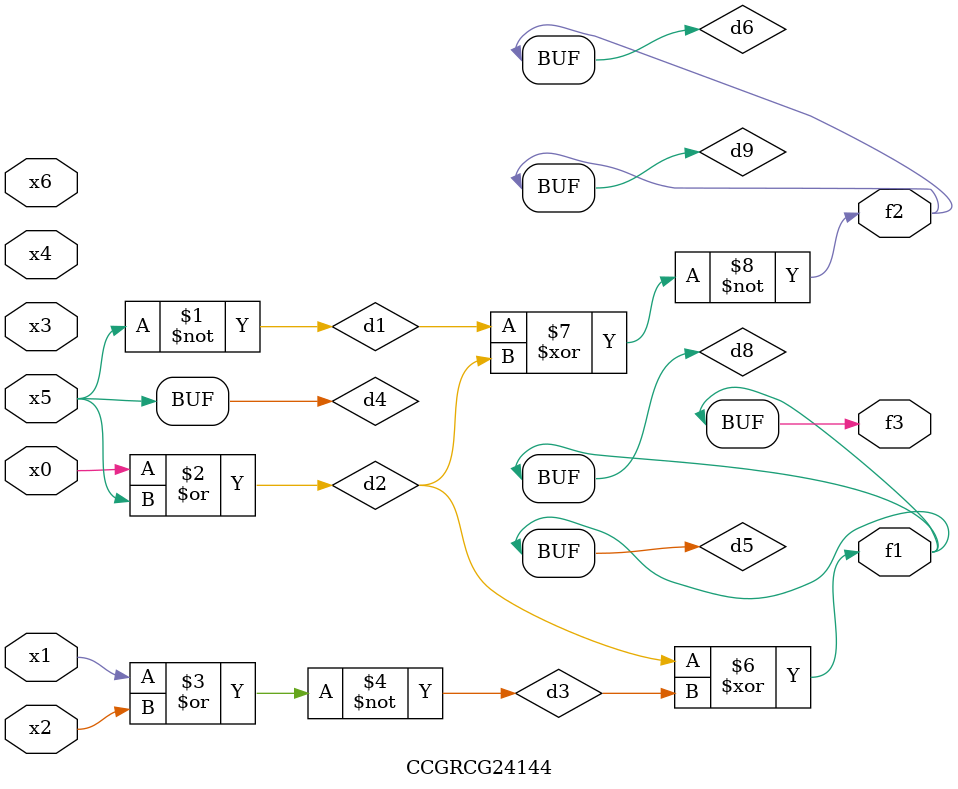
<source format=v>
module CCGRCG24144(
	input x0, x1, x2, x3, x4, x5, x6,
	output f1, f2, f3
);

	wire d1, d2, d3, d4, d5, d6, d7, d8, d9;

	nand (d1, x5);
	or (d2, x0, x5);
	nor (d3, x1, x2);
	xnor (d4, d1);
	xor (d5, d2, d3);
	xnor (d6, d1, d2);
	not (d7, x4);
	buf (d8, d5);
	xor (d9, d6);
	assign f1 = d8;
	assign f2 = d9;
	assign f3 = d8;
endmodule

</source>
